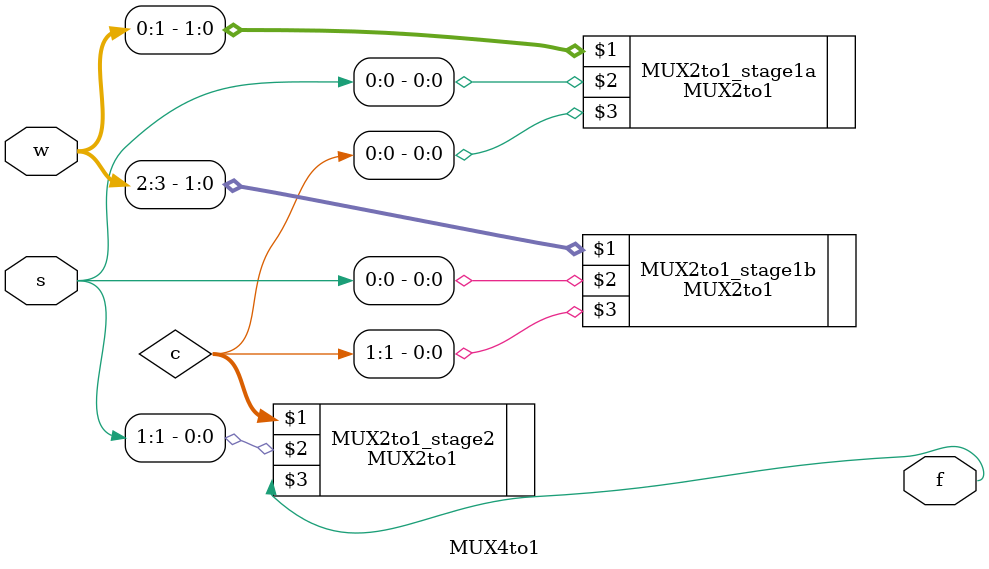
<source format=v>
`include "MUX2to1.v"
`timescale 1ns/1ns

module MUX4to1(w,s,f);

input[0:3] w;
input [1:0] s;
output f;
wire [0:1] c;
MUX2to1 MUX2to1_stage1a(w[0:1],s[0],c[0]);
MUX2to1 MUX2to1_stage1b(w[2:3],s[0],c[1]);
MUX2to1 MUX2to1_stage2(c,s[1],f);
endmodule
</source>
